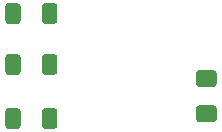
<source format=gbp>
G04 #@! TF.GenerationSoftware,KiCad,Pcbnew,(5.1.7)-1*
G04 #@! TF.CreationDate,2021-05-02T01:51:04-07:00*
G04 #@! TF.ProjectId,mouse_v2,6d6f7573-655f-4763-922e-6b696361645f,rev?*
G04 #@! TF.SameCoordinates,Original*
G04 #@! TF.FileFunction,Paste,Bot*
G04 #@! TF.FilePolarity,Positive*
%FSLAX46Y46*%
G04 Gerber Fmt 4.6, Leading zero omitted, Abs format (unit mm)*
G04 Created by KiCad (PCBNEW (5.1.7)-1) date 2021-05-02 01:51:04*
%MOMM*%
%LPD*%
G01*
G04 APERTURE LIST*
G04 APERTURE END LIST*
G36*
G01*
X137131900Y-64995700D02*
X138381900Y-64995700D01*
G75*
G02*
X138631900Y-65245700I0J-250000D01*
G01*
X138631900Y-66170700D01*
G75*
G02*
X138381900Y-66420700I-250000J0D01*
G01*
X137131900Y-66420700D01*
G75*
G02*
X136881900Y-66170700I0J250000D01*
G01*
X136881900Y-65245700D01*
G75*
G02*
X137131900Y-64995700I250000J0D01*
G01*
G37*
G36*
G01*
X137131900Y-67970700D02*
X138381900Y-67970700D01*
G75*
G02*
X138631900Y-68220700I0J-250000D01*
G01*
X138631900Y-69145700D01*
G75*
G02*
X138381900Y-69395700I-250000J0D01*
G01*
X137131900Y-69395700D01*
G75*
G02*
X136881900Y-69145700I0J250000D01*
G01*
X136881900Y-68220700D01*
G75*
G02*
X137131900Y-67970700I250000J0D01*
G01*
G37*
G36*
G01*
X120736000Y-69713000D02*
X120736000Y-68463000D01*
G75*
G02*
X120986000Y-68213000I250000J0D01*
G01*
X121786000Y-68213000D01*
G75*
G02*
X122036000Y-68463000I0J-250000D01*
G01*
X122036000Y-69713000D01*
G75*
G02*
X121786000Y-69963000I-250000J0D01*
G01*
X120986000Y-69963000D01*
G75*
G02*
X120736000Y-69713000I0J250000D01*
G01*
G37*
G36*
G01*
X123836000Y-69713000D02*
X123836000Y-68463000D01*
G75*
G02*
X124086000Y-68213000I250000J0D01*
G01*
X124886000Y-68213000D01*
G75*
G02*
X125136000Y-68463000I0J-250000D01*
G01*
X125136000Y-69713000D01*
G75*
G02*
X124886000Y-69963000I-250000J0D01*
G01*
X124086000Y-69963000D01*
G75*
G02*
X123836000Y-69713000I0J250000D01*
G01*
G37*
G36*
G01*
X123836000Y-60823000D02*
X123836000Y-59573000D01*
G75*
G02*
X124086000Y-59323000I250000J0D01*
G01*
X124886000Y-59323000D01*
G75*
G02*
X125136000Y-59573000I0J-250000D01*
G01*
X125136000Y-60823000D01*
G75*
G02*
X124886000Y-61073000I-250000J0D01*
G01*
X124086000Y-61073000D01*
G75*
G02*
X123836000Y-60823000I0J250000D01*
G01*
G37*
G36*
G01*
X120736000Y-60823000D02*
X120736000Y-59573000D01*
G75*
G02*
X120986000Y-59323000I250000J0D01*
G01*
X121786000Y-59323000D01*
G75*
G02*
X122036000Y-59573000I0J-250000D01*
G01*
X122036000Y-60823000D01*
G75*
G02*
X121786000Y-61073000I-250000J0D01*
G01*
X120986000Y-61073000D01*
G75*
G02*
X120736000Y-60823000I0J250000D01*
G01*
G37*
G36*
G01*
X120736000Y-65141000D02*
X120736000Y-63891000D01*
G75*
G02*
X120986000Y-63641000I250000J0D01*
G01*
X121786000Y-63641000D01*
G75*
G02*
X122036000Y-63891000I0J-250000D01*
G01*
X122036000Y-65141000D01*
G75*
G02*
X121786000Y-65391000I-250000J0D01*
G01*
X120986000Y-65391000D01*
G75*
G02*
X120736000Y-65141000I0J250000D01*
G01*
G37*
G36*
G01*
X123836000Y-65141000D02*
X123836000Y-63891000D01*
G75*
G02*
X124086000Y-63641000I250000J0D01*
G01*
X124886000Y-63641000D01*
G75*
G02*
X125136000Y-63891000I0J-250000D01*
G01*
X125136000Y-65141000D01*
G75*
G02*
X124886000Y-65391000I-250000J0D01*
G01*
X124086000Y-65391000D01*
G75*
G02*
X123836000Y-65141000I0J250000D01*
G01*
G37*
M02*

</source>
